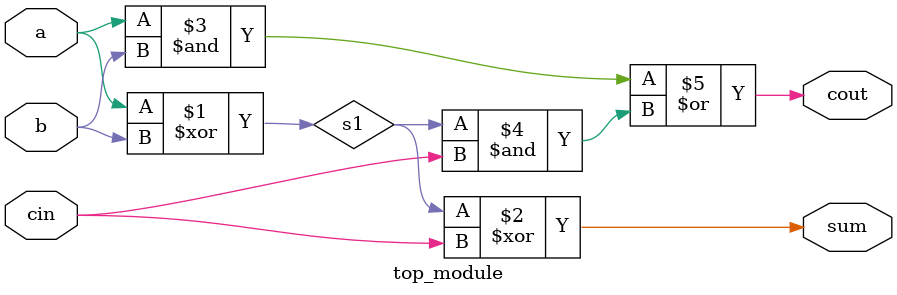
<source format=v>
module top_module( 
    input a, b, cin,
    output cout, sum );
  
  wire s1 = a ^ b;
  assign sum = s1 ^ cin;
  assign cout = (a & b) | (s1 & cin);
endmodule


</source>
